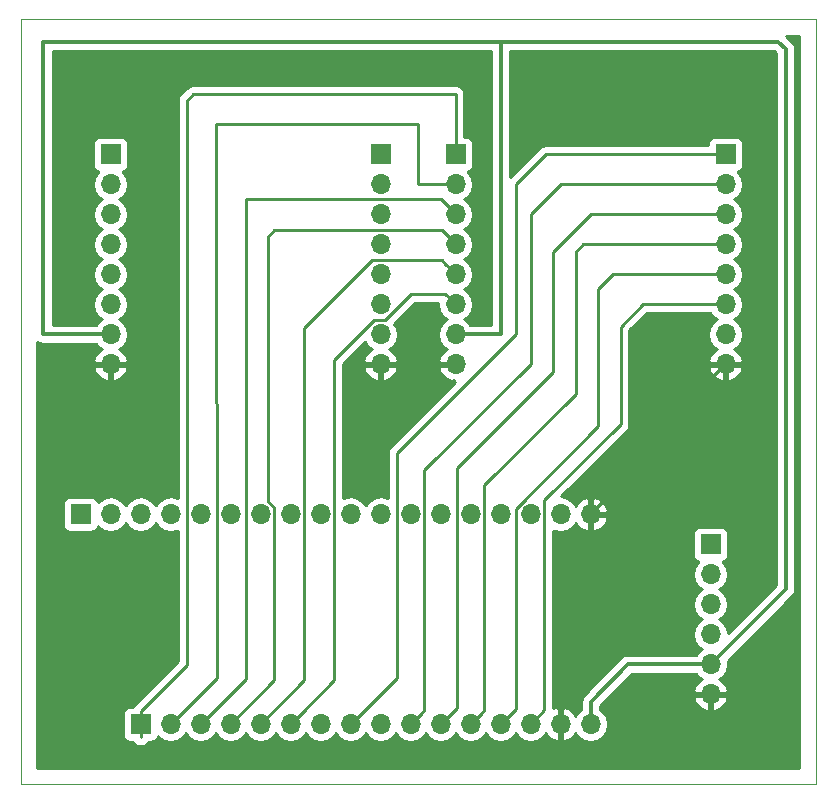
<source format=gbr>
%TF.GenerationSoftware,KiCad,Pcbnew,4.0.7*%
%TF.CreationDate,2018-03-29T14:35:10+02:00*%
%TF.ProjectId,mikrobus-board,6D696B726F6275732D626F6172642E6B,rev?*%
%TF.FileFunction,Copper,L2,Bot,Signal*%
%FSLAX46Y46*%
G04 Gerber Fmt 4.6, Leading zero omitted, Abs format (unit mm)*
G04 Created by KiCad (PCBNEW 4.0.7) date 03/29/18 14:35:10*
%MOMM*%
%LPD*%
G01*
G04 APERTURE LIST*
%ADD10C,0.150000*%
%ADD11C,0.100000*%
%ADD12R,1.700000X1.700000*%
%ADD13O,1.700000X1.700000*%
%ADD14C,0.380000*%
%ADD15C,0.250000*%
%ADD16C,0.254000*%
G04 APERTURE END LIST*
D10*
D11*
X184150000Y-100330000D02*
X184150000Y-165100000D01*
X184150000Y-165100000D02*
X182880000Y-165100000D01*
X182880000Y-100330000D02*
X184150000Y-100330000D01*
X180340000Y-100330000D02*
X182880000Y-100330000D01*
X116840000Y-100330000D02*
X116840000Y-101600000D01*
X119380000Y-100330000D02*
X116840000Y-100330000D01*
X116840000Y-101600000D02*
X116840000Y-104140000D01*
X180340000Y-165100000D02*
X182880000Y-165100000D01*
X116840000Y-106680000D02*
X116840000Y-104140000D01*
X116840000Y-165100000D02*
X119380000Y-165100000D01*
X116840000Y-106680000D02*
X116840000Y-165100000D01*
X180340000Y-165100000D02*
X119380000Y-165100000D01*
X119380000Y-100330000D02*
X180340000Y-100330000D01*
D12*
X121920000Y-142240000D03*
D13*
X124460000Y-142240000D03*
X127000000Y-142240000D03*
X129540000Y-142240000D03*
X132080000Y-142240000D03*
X134620000Y-142240000D03*
X137160000Y-142240000D03*
X139700000Y-142240000D03*
X142240000Y-142240000D03*
X144780000Y-142240000D03*
X147320000Y-142240000D03*
X149860000Y-142240000D03*
X152400000Y-142240000D03*
X154940000Y-142240000D03*
X157480000Y-142240000D03*
X160020000Y-142240000D03*
X162560000Y-142240000D03*
X165100000Y-142240000D03*
D12*
X175260000Y-144780000D03*
D13*
X175260000Y-147320000D03*
X175260000Y-149860000D03*
X175260000Y-152400000D03*
X175260000Y-154940000D03*
X175260000Y-157480000D03*
D12*
X124460000Y-111760000D03*
D13*
X124460000Y-114300000D03*
X124460000Y-116840000D03*
X124460000Y-119380000D03*
X124460000Y-121920000D03*
X124460000Y-124460000D03*
X124460000Y-127000000D03*
X124460000Y-129540000D03*
D12*
X147320000Y-111760000D03*
D13*
X147320000Y-114300000D03*
X147320000Y-116840000D03*
X147320000Y-119380000D03*
X147320000Y-121920000D03*
X147320000Y-124460000D03*
X147320000Y-127000000D03*
X147320000Y-129540000D03*
D12*
X153670000Y-111760000D03*
D13*
X153670000Y-114300000D03*
X153670000Y-116840000D03*
X153670000Y-119380000D03*
X153670000Y-121920000D03*
X153670000Y-124460000D03*
X153670000Y-127000000D03*
X153670000Y-129540000D03*
D12*
X176530000Y-111760000D03*
D13*
X176530000Y-114300000D03*
X176530000Y-116840000D03*
X176530000Y-119380000D03*
X176530000Y-121920000D03*
X176530000Y-124460000D03*
X176530000Y-127000000D03*
X176530000Y-129540000D03*
D12*
X127000000Y-160020000D03*
D13*
X129540000Y-160020000D03*
X132080000Y-160020000D03*
X134620000Y-160020000D03*
X137160000Y-160020000D03*
X139700000Y-160020000D03*
X142240000Y-160020000D03*
X144780000Y-160020000D03*
X147320000Y-160020000D03*
X149860000Y-160020000D03*
X152400000Y-160020000D03*
X154940000Y-160020000D03*
X157480000Y-160020000D03*
X160020000Y-160020000D03*
X162560000Y-160020000D03*
X165100000Y-160020000D03*
D14*
X165100000Y-160020000D02*
X165100000Y-158115000D01*
X168275000Y-154940000D02*
X175260000Y-154940000D01*
X165100000Y-158115000D02*
X168275000Y-154940000D01*
X118745000Y-102235000D02*
X157480000Y-102235000D01*
X153670000Y-127000000D02*
X157480000Y-127000000D01*
X157480000Y-102235000D02*
X180975000Y-102235000D01*
X157480000Y-127000000D02*
X157480000Y-102235000D01*
X181610000Y-148590000D02*
X175260000Y-154940000D01*
X181610000Y-102870000D02*
X181610000Y-148590000D01*
X180975000Y-102235000D02*
X181610000Y-102870000D01*
X118745000Y-127000000D02*
X118745000Y-102235000D01*
X124460000Y-127000000D02*
X118745000Y-127000000D01*
X165100000Y-142240000D02*
X165100000Y-153670000D01*
X162560000Y-156210000D02*
X162560000Y-160020000D01*
X165100000Y-153670000D02*
X162560000Y-156210000D01*
X175260000Y-157480000D02*
X175260000Y-161925000D01*
X174625000Y-162560000D02*
X162560000Y-162560000D01*
X175260000Y-161925000D02*
X174625000Y-162560000D01*
X124460000Y-129540000D02*
X118745000Y-129540000D01*
X162560000Y-162560000D02*
X162560000Y-160020000D01*
X118745000Y-162560000D02*
X162560000Y-162560000D01*
X118745000Y-129540000D02*
X118745000Y-162560000D01*
X153670000Y-129540000D02*
X152467919Y-129540000D01*
X152467919Y-129540000D02*
X151765000Y-129540000D01*
X151765000Y-129540000D02*
X147320000Y-129540000D01*
X169545000Y-132715000D02*
X173355000Y-132715000D01*
X173355000Y-132715000D02*
X176530000Y-129540000D01*
X169545000Y-137795000D02*
X169545000Y-132715000D01*
X165100000Y-142240000D02*
X169545000Y-137795000D01*
D15*
X151130000Y-106680000D02*
X153670000Y-106680000D01*
X153670000Y-106680000D02*
X153670000Y-111760000D01*
X131445000Y-106680000D02*
X151130000Y-106680000D01*
X130904999Y-107220001D02*
X131445000Y-106680000D01*
X127000000Y-160020000D02*
X127000000Y-158920000D01*
X127000000Y-158920000D02*
X130904999Y-155015001D01*
X130904999Y-155015001D02*
X130904999Y-107220001D01*
X127000000Y-160020000D02*
X127000000Y-161120000D01*
X129540000Y-160020000D02*
X133444999Y-156115001D01*
X133444999Y-156115001D02*
X133350000Y-109220000D01*
X133350000Y-109220000D02*
X136525000Y-109220000D01*
X136525000Y-109220000D02*
X137160000Y-109220000D01*
X137160000Y-109220000D02*
X150495000Y-109220000D01*
X150495000Y-109220000D02*
X150495000Y-114300000D01*
X150495000Y-114300000D02*
X153670000Y-114300000D01*
X132080000Y-160020000D02*
X135890000Y-156210000D01*
X135890000Y-156210000D02*
X135890000Y-115570000D01*
X135890000Y-115570000D02*
X152400000Y-115570000D01*
X152400000Y-115570000D02*
X153670000Y-116840000D01*
X153670000Y-119380000D02*
X152494999Y-118204999D01*
X138335001Y-156304999D02*
X134620000Y-160020000D01*
X152494999Y-118204999D02*
X138335001Y-118204999D01*
X138335001Y-118204999D02*
X137795000Y-118745000D01*
X138335001Y-141675999D02*
X138335001Y-156304999D01*
X137795000Y-118745000D02*
X137795000Y-141135998D01*
X137795000Y-141135998D02*
X138335001Y-141675999D01*
X140875001Y-126459999D02*
X146590001Y-120744999D01*
X152494999Y-120744999D02*
X152820001Y-121070001D01*
X146590001Y-120744999D02*
X152494999Y-120744999D01*
X152820001Y-121070001D02*
X153670000Y-121920000D01*
X137160000Y-160020000D02*
X140875001Y-156304999D01*
X140875001Y-156304999D02*
X140875001Y-126459999D01*
X153670000Y-124460000D02*
X152820001Y-123610001D01*
X152820001Y-123610001D02*
X149909001Y-123610001D01*
X149909001Y-123610001D02*
X147694003Y-125824999D01*
X140549999Y-159170001D02*
X139700000Y-160020000D01*
X147694003Y-125824999D02*
X146755999Y-125824999D01*
X146755999Y-125824999D02*
X143415001Y-129165997D01*
X143415001Y-129165997D02*
X143415001Y-156304999D01*
X143415001Y-156304999D02*
X140549999Y-159170001D01*
X158750000Y-114300000D02*
X161290000Y-111760000D01*
X161290000Y-111760000D02*
X176530000Y-111760000D01*
X158750000Y-127000000D02*
X158750000Y-114300000D01*
X148684999Y-137065001D02*
X158750000Y-127000000D01*
X144780000Y-160020000D02*
X148684999Y-156115001D01*
X148684999Y-156115001D02*
X148684999Y-137065001D01*
X160020000Y-129540000D02*
X151035001Y-138524999D01*
X151035001Y-138524999D02*
X151035001Y-158844999D01*
X151035001Y-158844999D02*
X150709999Y-159170001D01*
X150709999Y-159170001D02*
X149860000Y-160020000D01*
X160020000Y-116840000D02*
X160020000Y-129540000D01*
X162560000Y-114300000D02*
X160020000Y-116840000D01*
X176530000Y-114300000D02*
X162560000Y-114300000D01*
X165100000Y-116840000D02*
X176530000Y-116840000D01*
X161925000Y-120015000D02*
X165100000Y-116840000D01*
X161925000Y-130175000D02*
X161925000Y-120015000D01*
X153764999Y-138335001D02*
X161925000Y-130175000D01*
X152400000Y-160020000D02*
X153764999Y-158655001D01*
X153764999Y-158655001D02*
X153764999Y-138335001D01*
X163830000Y-132080000D02*
X156115001Y-139794999D01*
X156115001Y-139794999D02*
X156115001Y-158844999D01*
X156115001Y-158844999D02*
X155789999Y-159170001D01*
X155789999Y-159170001D02*
X154940000Y-160020000D01*
X163830000Y-120015000D02*
X163830000Y-132080000D01*
X164465000Y-119380000D02*
X163830000Y-120015000D01*
X176530000Y-119380000D02*
X164465000Y-119380000D01*
X158750000Y-141770998D02*
X158750000Y-158750000D01*
X158750000Y-158750000D02*
X157480000Y-160020000D01*
X165735000Y-123190000D02*
X165735000Y-134785998D01*
X165735000Y-134785998D02*
X158750000Y-141770998D01*
X167005000Y-121920000D02*
X165735000Y-123190000D01*
X176530000Y-121920000D02*
X167005000Y-121920000D01*
X167640000Y-126365000D02*
X169545000Y-124460000D01*
X169545000Y-124460000D02*
X176530000Y-124460000D01*
X167640000Y-134620000D02*
X167640000Y-126365000D01*
X161195001Y-141064999D02*
X167640000Y-134620000D01*
X160020000Y-160020000D02*
X161195001Y-158844999D01*
X161195001Y-158844999D02*
X161195001Y-141064999D01*
D16*
G36*
X182753000Y-163703000D02*
X118237000Y-163703000D01*
X118237000Y-129896890D01*
X123018524Y-129896890D01*
X123188355Y-130306924D01*
X123578642Y-130735183D01*
X124103108Y-130981486D01*
X124333000Y-130860819D01*
X124333000Y-129667000D01*
X124587000Y-129667000D01*
X124587000Y-130860819D01*
X124816892Y-130981486D01*
X125341358Y-130735183D01*
X125731645Y-130306924D01*
X125901476Y-129896890D01*
X125780155Y-129667000D01*
X124587000Y-129667000D01*
X124333000Y-129667000D01*
X123139845Y-129667000D01*
X123018524Y-129896890D01*
X118237000Y-129896890D01*
X118237000Y-127633719D01*
X118429286Y-127762201D01*
X118745000Y-127825000D01*
X123230477Y-127825000D01*
X123380853Y-128050054D01*
X123721553Y-128277702D01*
X123578642Y-128344817D01*
X123188355Y-128773076D01*
X123018524Y-129183110D01*
X123139845Y-129413000D01*
X124333000Y-129413000D01*
X124333000Y-129393000D01*
X124587000Y-129393000D01*
X124587000Y-129413000D01*
X125780155Y-129413000D01*
X125901476Y-129183110D01*
X125731645Y-128773076D01*
X125341358Y-128344817D01*
X125198447Y-128277702D01*
X125539147Y-128050054D01*
X125861054Y-127568285D01*
X125974093Y-127000000D01*
X125861054Y-126431715D01*
X125539147Y-125949946D01*
X125209974Y-125730000D01*
X125539147Y-125510054D01*
X125861054Y-125028285D01*
X125974093Y-124460000D01*
X125861054Y-123891715D01*
X125539147Y-123409946D01*
X125209974Y-123190000D01*
X125539147Y-122970054D01*
X125861054Y-122488285D01*
X125974093Y-121920000D01*
X125861054Y-121351715D01*
X125539147Y-120869946D01*
X125209974Y-120650000D01*
X125539147Y-120430054D01*
X125861054Y-119948285D01*
X125974093Y-119380000D01*
X125861054Y-118811715D01*
X125539147Y-118329946D01*
X125209974Y-118110000D01*
X125539147Y-117890054D01*
X125861054Y-117408285D01*
X125974093Y-116840000D01*
X125861054Y-116271715D01*
X125539147Y-115789946D01*
X125209974Y-115570000D01*
X125539147Y-115350054D01*
X125861054Y-114868285D01*
X125974093Y-114300000D01*
X125861054Y-113731715D01*
X125539147Y-113249946D01*
X125497548Y-113222150D01*
X125545317Y-113213162D01*
X125761441Y-113074090D01*
X125906431Y-112861890D01*
X125957440Y-112610000D01*
X125957440Y-110910000D01*
X125913162Y-110674683D01*
X125774090Y-110458559D01*
X125561890Y-110313569D01*
X125310000Y-110262560D01*
X123610000Y-110262560D01*
X123374683Y-110306838D01*
X123158559Y-110445910D01*
X123013569Y-110658110D01*
X122962560Y-110910000D01*
X122962560Y-112610000D01*
X123006838Y-112845317D01*
X123145910Y-113061441D01*
X123358110Y-113206431D01*
X123425541Y-113220086D01*
X123380853Y-113249946D01*
X123058946Y-113731715D01*
X122945907Y-114300000D01*
X123058946Y-114868285D01*
X123380853Y-115350054D01*
X123710026Y-115570000D01*
X123380853Y-115789946D01*
X123058946Y-116271715D01*
X122945907Y-116840000D01*
X123058946Y-117408285D01*
X123380853Y-117890054D01*
X123710026Y-118110000D01*
X123380853Y-118329946D01*
X123058946Y-118811715D01*
X122945907Y-119380000D01*
X123058946Y-119948285D01*
X123380853Y-120430054D01*
X123710026Y-120650000D01*
X123380853Y-120869946D01*
X123058946Y-121351715D01*
X122945907Y-121920000D01*
X123058946Y-122488285D01*
X123380853Y-122970054D01*
X123710026Y-123190000D01*
X123380853Y-123409946D01*
X123058946Y-123891715D01*
X122945907Y-124460000D01*
X123058946Y-125028285D01*
X123380853Y-125510054D01*
X123710026Y-125730000D01*
X123380853Y-125949946D01*
X123230477Y-126175000D01*
X119570000Y-126175000D01*
X119570000Y-103060000D01*
X156655000Y-103060000D01*
X156655000Y-126175000D01*
X154899523Y-126175000D01*
X154749147Y-125949946D01*
X154419974Y-125730000D01*
X154749147Y-125510054D01*
X155071054Y-125028285D01*
X155184093Y-124460000D01*
X155071054Y-123891715D01*
X154749147Y-123409946D01*
X154419974Y-123190000D01*
X154749147Y-122970054D01*
X155071054Y-122488285D01*
X155184093Y-121920000D01*
X155071054Y-121351715D01*
X154749147Y-120869946D01*
X154419974Y-120650000D01*
X154749147Y-120430054D01*
X155071054Y-119948285D01*
X155184093Y-119380000D01*
X155071054Y-118811715D01*
X154749147Y-118329946D01*
X154419974Y-118110000D01*
X154749147Y-117890054D01*
X155071054Y-117408285D01*
X155184093Y-116840000D01*
X155071054Y-116271715D01*
X154749147Y-115789946D01*
X154419974Y-115570000D01*
X154749147Y-115350054D01*
X155071054Y-114868285D01*
X155184093Y-114300000D01*
X155071054Y-113731715D01*
X154749147Y-113249946D01*
X154707548Y-113222150D01*
X154755317Y-113213162D01*
X154971441Y-113074090D01*
X155116431Y-112861890D01*
X155167440Y-112610000D01*
X155167440Y-110910000D01*
X155123162Y-110674683D01*
X154984090Y-110458559D01*
X154771890Y-110313569D01*
X154520000Y-110262560D01*
X154430000Y-110262560D01*
X154430000Y-106680000D01*
X154372148Y-106389161D01*
X154207401Y-106142599D01*
X153960839Y-105977852D01*
X153670000Y-105920000D01*
X131445000Y-105920000D01*
X131154161Y-105977852D01*
X130907599Y-106142599D01*
X130367598Y-106682600D01*
X130202851Y-106929162D01*
X130144999Y-107220001D01*
X130144999Y-140863477D01*
X130108285Y-140838946D01*
X129540000Y-140725907D01*
X128971715Y-140838946D01*
X128489946Y-141160853D01*
X128270000Y-141490026D01*
X128050054Y-141160853D01*
X127568285Y-140838946D01*
X127000000Y-140725907D01*
X126431715Y-140838946D01*
X125949946Y-141160853D01*
X125730000Y-141490026D01*
X125510054Y-141160853D01*
X125028285Y-140838946D01*
X124460000Y-140725907D01*
X123891715Y-140838946D01*
X123409946Y-141160853D01*
X123382150Y-141202452D01*
X123373162Y-141154683D01*
X123234090Y-140938559D01*
X123021890Y-140793569D01*
X122770000Y-140742560D01*
X121070000Y-140742560D01*
X120834683Y-140786838D01*
X120618559Y-140925910D01*
X120473569Y-141138110D01*
X120422560Y-141390000D01*
X120422560Y-143090000D01*
X120466838Y-143325317D01*
X120605910Y-143541441D01*
X120818110Y-143686431D01*
X121070000Y-143737440D01*
X122770000Y-143737440D01*
X123005317Y-143693162D01*
X123221441Y-143554090D01*
X123366431Y-143341890D01*
X123380086Y-143274459D01*
X123409946Y-143319147D01*
X123891715Y-143641054D01*
X124460000Y-143754093D01*
X125028285Y-143641054D01*
X125510054Y-143319147D01*
X125730000Y-142989974D01*
X125949946Y-143319147D01*
X126431715Y-143641054D01*
X127000000Y-143754093D01*
X127568285Y-143641054D01*
X128050054Y-143319147D01*
X128270000Y-142989974D01*
X128489946Y-143319147D01*
X128971715Y-143641054D01*
X129540000Y-143754093D01*
X130108285Y-143641054D01*
X130144999Y-143616523D01*
X130144999Y-154700199D01*
X126462599Y-158382599D01*
X126369080Y-158522560D01*
X126150000Y-158522560D01*
X125914683Y-158566838D01*
X125698559Y-158705910D01*
X125553569Y-158918110D01*
X125502560Y-159170000D01*
X125502560Y-160870000D01*
X125546838Y-161105317D01*
X125685910Y-161321441D01*
X125898110Y-161466431D01*
X126150000Y-161517440D01*
X126369080Y-161517440D01*
X126462599Y-161657401D01*
X126709161Y-161822148D01*
X127000000Y-161880000D01*
X127290839Y-161822148D01*
X127537401Y-161657401D01*
X127630920Y-161517440D01*
X127850000Y-161517440D01*
X128085317Y-161473162D01*
X128301441Y-161334090D01*
X128446431Y-161121890D01*
X128460086Y-161054459D01*
X128489946Y-161099147D01*
X128971715Y-161421054D01*
X129540000Y-161534093D01*
X130108285Y-161421054D01*
X130590054Y-161099147D01*
X130810000Y-160769974D01*
X131029946Y-161099147D01*
X131511715Y-161421054D01*
X132080000Y-161534093D01*
X132648285Y-161421054D01*
X133130054Y-161099147D01*
X133350000Y-160769974D01*
X133569946Y-161099147D01*
X134051715Y-161421054D01*
X134620000Y-161534093D01*
X135188285Y-161421054D01*
X135670054Y-161099147D01*
X135890000Y-160769974D01*
X136109946Y-161099147D01*
X136591715Y-161421054D01*
X137160000Y-161534093D01*
X137728285Y-161421054D01*
X138210054Y-161099147D01*
X138430000Y-160769974D01*
X138649946Y-161099147D01*
X139131715Y-161421054D01*
X139700000Y-161534093D01*
X140268285Y-161421054D01*
X140750054Y-161099147D01*
X140970000Y-160769974D01*
X141189946Y-161099147D01*
X141671715Y-161421054D01*
X142240000Y-161534093D01*
X142808285Y-161421054D01*
X143290054Y-161099147D01*
X143510000Y-160769974D01*
X143729946Y-161099147D01*
X144211715Y-161421054D01*
X144780000Y-161534093D01*
X145348285Y-161421054D01*
X145830054Y-161099147D01*
X146050000Y-160769974D01*
X146269946Y-161099147D01*
X146751715Y-161421054D01*
X147320000Y-161534093D01*
X147888285Y-161421054D01*
X148370054Y-161099147D01*
X148590000Y-160769974D01*
X148809946Y-161099147D01*
X149291715Y-161421054D01*
X149860000Y-161534093D01*
X150428285Y-161421054D01*
X150910054Y-161099147D01*
X151130000Y-160769974D01*
X151349946Y-161099147D01*
X151831715Y-161421054D01*
X152400000Y-161534093D01*
X152968285Y-161421054D01*
X153450054Y-161099147D01*
X153670000Y-160769974D01*
X153889946Y-161099147D01*
X154371715Y-161421054D01*
X154940000Y-161534093D01*
X155508285Y-161421054D01*
X155990054Y-161099147D01*
X156210000Y-160769974D01*
X156429946Y-161099147D01*
X156911715Y-161421054D01*
X157480000Y-161534093D01*
X158048285Y-161421054D01*
X158530054Y-161099147D01*
X158750000Y-160769974D01*
X158969946Y-161099147D01*
X159451715Y-161421054D01*
X160020000Y-161534093D01*
X160588285Y-161421054D01*
X161070054Y-161099147D01*
X161297702Y-160758447D01*
X161364817Y-160901358D01*
X161793076Y-161291645D01*
X162203110Y-161461476D01*
X162433000Y-161340155D01*
X162433000Y-160147000D01*
X162413000Y-160147000D01*
X162413000Y-159893000D01*
X162433000Y-159893000D01*
X162433000Y-158699845D01*
X162203110Y-158578524D01*
X161955001Y-158681288D01*
X161955001Y-143616523D01*
X161991715Y-143641054D01*
X162560000Y-143754093D01*
X163128285Y-143641054D01*
X163610054Y-143319147D01*
X163837702Y-142978447D01*
X163904817Y-143121358D01*
X164333076Y-143511645D01*
X164743110Y-143681476D01*
X164973000Y-143560155D01*
X164973000Y-142367000D01*
X165227000Y-142367000D01*
X165227000Y-143560155D01*
X165456890Y-143681476D01*
X165866924Y-143511645D01*
X166295183Y-143121358D01*
X166541486Y-142596892D01*
X166420819Y-142367000D01*
X165227000Y-142367000D01*
X164973000Y-142367000D01*
X164953000Y-142367000D01*
X164953000Y-142113000D01*
X164973000Y-142113000D01*
X164973000Y-140919845D01*
X165227000Y-140919845D01*
X165227000Y-142113000D01*
X166420819Y-142113000D01*
X166541486Y-141883108D01*
X166295183Y-141358642D01*
X165866924Y-140968355D01*
X165456890Y-140798524D01*
X165227000Y-140919845D01*
X164973000Y-140919845D01*
X164743110Y-140798524D01*
X164333076Y-140968355D01*
X163904817Y-141358642D01*
X163837702Y-141501553D01*
X163610054Y-141160853D01*
X163128285Y-140838946D01*
X162600783Y-140734019D01*
X168177401Y-135157401D01*
X168342148Y-134910839D01*
X168400000Y-134620000D01*
X168400000Y-129896890D01*
X175088524Y-129896890D01*
X175258355Y-130306924D01*
X175648642Y-130735183D01*
X176173108Y-130981486D01*
X176403000Y-130860819D01*
X176403000Y-129667000D01*
X176657000Y-129667000D01*
X176657000Y-130860819D01*
X176886892Y-130981486D01*
X177411358Y-130735183D01*
X177801645Y-130306924D01*
X177971476Y-129896890D01*
X177850155Y-129667000D01*
X176657000Y-129667000D01*
X176403000Y-129667000D01*
X175209845Y-129667000D01*
X175088524Y-129896890D01*
X168400000Y-129896890D01*
X168400000Y-126679802D01*
X169859802Y-125220000D01*
X175257046Y-125220000D01*
X175450853Y-125510054D01*
X175780026Y-125730000D01*
X175450853Y-125949946D01*
X175128946Y-126431715D01*
X175015907Y-127000000D01*
X175128946Y-127568285D01*
X175450853Y-128050054D01*
X175791553Y-128277702D01*
X175648642Y-128344817D01*
X175258355Y-128773076D01*
X175088524Y-129183110D01*
X175209845Y-129413000D01*
X176403000Y-129413000D01*
X176403000Y-129393000D01*
X176657000Y-129393000D01*
X176657000Y-129413000D01*
X177850155Y-129413000D01*
X177971476Y-129183110D01*
X177801645Y-128773076D01*
X177411358Y-128344817D01*
X177268447Y-128277702D01*
X177609147Y-128050054D01*
X177931054Y-127568285D01*
X178044093Y-127000000D01*
X177931054Y-126431715D01*
X177609147Y-125949946D01*
X177279974Y-125730000D01*
X177609147Y-125510054D01*
X177931054Y-125028285D01*
X178044093Y-124460000D01*
X177931054Y-123891715D01*
X177609147Y-123409946D01*
X177279974Y-123190000D01*
X177609147Y-122970054D01*
X177931054Y-122488285D01*
X178044093Y-121920000D01*
X177931054Y-121351715D01*
X177609147Y-120869946D01*
X177279974Y-120650000D01*
X177609147Y-120430054D01*
X177931054Y-119948285D01*
X178044093Y-119380000D01*
X177931054Y-118811715D01*
X177609147Y-118329946D01*
X177279974Y-118110000D01*
X177609147Y-117890054D01*
X177931054Y-117408285D01*
X178044093Y-116840000D01*
X177931054Y-116271715D01*
X177609147Y-115789946D01*
X177279974Y-115570000D01*
X177609147Y-115350054D01*
X177931054Y-114868285D01*
X178044093Y-114300000D01*
X177931054Y-113731715D01*
X177609147Y-113249946D01*
X177567548Y-113222150D01*
X177615317Y-113213162D01*
X177831441Y-113074090D01*
X177976431Y-112861890D01*
X178027440Y-112610000D01*
X178027440Y-110910000D01*
X177983162Y-110674683D01*
X177844090Y-110458559D01*
X177631890Y-110313569D01*
X177380000Y-110262560D01*
X175680000Y-110262560D01*
X175444683Y-110306838D01*
X175228559Y-110445910D01*
X175083569Y-110658110D01*
X175032560Y-110910000D01*
X175032560Y-111000000D01*
X161290000Y-111000000D01*
X161047414Y-111048254D01*
X160999160Y-111057852D01*
X160752599Y-111222599D01*
X158305000Y-113670198D01*
X158305000Y-103060000D01*
X180633274Y-103060000D01*
X180785000Y-103211726D01*
X180785000Y-148248274D01*
X176750730Y-152282544D01*
X176661054Y-151831715D01*
X176339147Y-151349946D01*
X176009974Y-151130000D01*
X176339147Y-150910054D01*
X176661054Y-150428285D01*
X176774093Y-149860000D01*
X176661054Y-149291715D01*
X176339147Y-148809946D01*
X176009974Y-148590000D01*
X176339147Y-148370054D01*
X176661054Y-147888285D01*
X176774093Y-147320000D01*
X176661054Y-146751715D01*
X176339147Y-146269946D01*
X176297548Y-146242150D01*
X176345317Y-146233162D01*
X176561441Y-146094090D01*
X176706431Y-145881890D01*
X176757440Y-145630000D01*
X176757440Y-143930000D01*
X176713162Y-143694683D01*
X176574090Y-143478559D01*
X176361890Y-143333569D01*
X176110000Y-143282560D01*
X174410000Y-143282560D01*
X174174683Y-143326838D01*
X173958559Y-143465910D01*
X173813569Y-143678110D01*
X173762560Y-143930000D01*
X173762560Y-145630000D01*
X173806838Y-145865317D01*
X173945910Y-146081441D01*
X174158110Y-146226431D01*
X174225541Y-146240086D01*
X174180853Y-146269946D01*
X173858946Y-146751715D01*
X173745907Y-147320000D01*
X173858946Y-147888285D01*
X174180853Y-148370054D01*
X174510026Y-148590000D01*
X174180853Y-148809946D01*
X173858946Y-149291715D01*
X173745907Y-149860000D01*
X173858946Y-150428285D01*
X174180853Y-150910054D01*
X174510026Y-151130000D01*
X174180853Y-151349946D01*
X173858946Y-151831715D01*
X173745907Y-152400000D01*
X173858946Y-152968285D01*
X174180853Y-153450054D01*
X174510026Y-153670000D01*
X174180853Y-153889946D01*
X174030477Y-154115000D01*
X168275000Y-154115000D01*
X167959286Y-154177799D01*
X167691637Y-154356637D01*
X164516637Y-157531637D01*
X164337799Y-157799286D01*
X164275000Y-158115000D01*
X164275000Y-158790477D01*
X164049946Y-158940853D01*
X163822298Y-159281553D01*
X163755183Y-159138642D01*
X163326924Y-158748355D01*
X162916890Y-158578524D01*
X162687000Y-158699845D01*
X162687000Y-159893000D01*
X162707000Y-159893000D01*
X162707000Y-160147000D01*
X162687000Y-160147000D01*
X162687000Y-161340155D01*
X162916890Y-161461476D01*
X163326924Y-161291645D01*
X163755183Y-160901358D01*
X163822298Y-160758447D01*
X164049946Y-161099147D01*
X164531715Y-161421054D01*
X165100000Y-161534093D01*
X165668285Y-161421054D01*
X166150054Y-161099147D01*
X166471961Y-160617378D01*
X166585000Y-160049093D01*
X166585000Y-159990907D01*
X166471961Y-159422622D01*
X166150054Y-158940853D01*
X165925000Y-158790477D01*
X165925000Y-158456726D01*
X166544836Y-157836890D01*
X173818524Y-157836890D01*
X173988355Y-158246924D01*
X174378642Y-158675183D01*
X174903108Y-158921486D01*
X175133000Y-158800819D01*
X175133000Y-157607000D01*
X175387000Y-157607000D01*
X175387000Y-158800819D01*
X175616892Y-158921486D01*
X176141358Y-158675183D01*
X176531645Y-158246924D01*
X176701476Y-157836890D01*
X176580155Y-157607000D01*
X175387000Y-157607000D01*
X175133000Y-157607000D01*
X173939845Y-157607000D01*
X173818524Y-157836890D01*
X166544836Y-157836890D01*
X168616726Y-155765000D01*
X174030477Y-155765000D01*
X174180853Y-155990054D01*
X174521553Y-156217702D01*
X174378642Y-156284817D01*
X173988355Y-156713076D01*
X173818524Y-157123110D01*
X173939845Y-157353000D01*
X175133000Y-157353000D01*
X175133000Y-157333000D01*
X175387000Y-157333000D01*
X175387000Y-157353000D01*
X176580155Y-157353000D01*
X176701476Y-157123110D01*
X176531645Y-156713076D01*
X176141358Y-156284817D01*
X175998447Y-156217702D01*
X176339147Y-155990054D01*
X176661054Y-155508285D01*
X176774093Y-154940000D01*
X176716461Y-154650265D01*
X182193363Y-149173363D01*
X182372201Y-148905714D01*
X182435000Y-148590000D01*
X182435000Y-102870000D01*
X182372201Y-102554286D01*
X182193363Y-102286637D01*
X181633726Y-101727000D01*
X182753000Y-101727000D01*
X182753000Y-163703000D01*
X182753000Y-163703000D01*
G37*
X182753000Y-163703000D02*
X118237000Y-163703000D01*
X118237000Y-129896890D01*
X123018524Y-129896890D01*
X123188355Y-130306924D01*
X123578642Y-130735183D01*
X124103108Y-130981486D01*
X124333000Y-130860819D01*
X124333000Y-129667000D01*
X124587000Y-129667000D01*
X124587000Y-130860819D01*
X124816892Y-130981486D01*
X125341358Y-130735183D01*
X125731645Y-130306924D01*
X125901476Y-129896890D01*
X125780155Y-129667000D01*
X124587000Y-129667000D01*
X124333000Y-129667000D01*
X123139845Y-129667000D01*
X123018524Y-129896890D01*
X118237000Y-129896890D01*
X118237000Y-127633719D01*
X118429286Y-127762201D01*
X118745000Y-127825000D01*
X123230477Y-127825000D01*
X123380853Y-128050054D01*
X123721553Y-128277702D01*
X123578642Y-128344817D01*
X123188355Y-128773076D01*
X123018524Y-129183110D01*
X123139845Y-129413000D01*
X124333000Y-129413000D01*
X124333000Y-129393000D01*
X124587000Y-129393000D01*
X124587000Y-129413000D01*
X125780155Y-129413000D01*
X125901476Y-129183110D01*
X125731645Y-128773076D01*
X125341358Y-128344817D01*
X125198447Y-128277702D01*
X125539147Y-128050054D01*
X125861054Y-127568285D01*
X125974093Y-127000000D01*
X125861054Y-126431715D01*
X125539147Y-125949946D01*
X125209974Y-125730000D01*
X125539147Y-125510054D01*
X125861054Y-125028285D01*
X125974093Y-124460000D01*
X125861054Y-123891715D01*
X125539147Y-123409946D01*
X125209974Y-123190000D01*
X125539147Y-122970054D01*
X125861054Y-122488285D01*
X125974093Y-121920000D01*
X125861054Y-121351715D01*
X125539147Y-120869946D01*
X125209974Y-120650000D01*
X125539147Y-120430054D01*
X125861054Y-119948285D01*
X125974093Y-119380000D01*
X125861054Y-118811715D01*
X125539147Y-118329946D01*
X125209974Y-118110000D01*
X125539147Y-117890054D01*
X125861054Y-117408285D01*
X125974093Y-116840000D01*
X125861054Y-116271715D01*
X125539147Y-115789946D01*
X125209974Y-115570000D01*
X125539147Y-115350054D01*
X125861054Y-114868285D01*
X125974093Y-114300000D01*
X125861054Y-113731715D01*
X125539147Y-113249946D01*
X125497548Y-113222150D01*
X125545317Y-113213162D01*
X125761441Y-113074090D01*
X125906431Y-112861890D01*
X125957440Y-112610000D01*
X125957440Y-110910000D01*
X125913162Y-110674683D01*
X125774090Y-110458559D01*
X125561890Y-110313569D01*
X125310000Y-110262560D01*
X123610000Y-110262560D01*
X123374683Y-110306838D01*
X123158559Y-110445910D01*
X123013569Y-110658110D01*
X122962560Y-110910000D01*
X122962560Y-112610000D01*
X123006838Y-112845317D01*
X123145910Y-113061441D01*
X123358110Y-113206431D01*
X123425541Y-113220086D01*
X123380853Y-113249946D01*
X123058946Y-113731715D01*
X122945907Y-114300000D01*
X123058946Y-114868285D01*
X123380853Y-115350054D01*
X123710026Y-115570000D01*
X123380853Y-115789946D01*
X123058946Y-116271715D01*
X122945907Y-116840000D01*
X123058946Y-117408285D01*
X123380853Y-117890054D01*
X123710026Y-118110000D01*
X123380853Y-118329946D01*
X123058946Y-118811715D01*
X122945907Y-119380000D01*
X123058946Y-119948285D01*
X123380853Y-120430054D01*
X123710026Y-120650000D01*
X123380853Y-120869946D01*
X123058946Y-121351715D01*
X122945907Y-121920000D01*
X123058946Y-122488285D01*
X123380853Y-122970054D01*
X123710026Y-123190000D01*
X123380853Y-123409946D01*
X123058946Y-123891715D01*
X122945907Y-124460000D01*
X123058946Y-125028285D01*
X123380853Y-125510054D01*
X123710026Y-125730000D01*
X123380853Y-125949946D01*
X123230477Y-126175000D01*
X119570000Y-126175000D01*
X119570000Y-103060000D01*
X156655000Y-103060000D01*
X156655000Y-126175000D01*
X154899523Y-126175000D01*
X154749147Y-125949946D01*
X154419974Y-125730000D01*
X154749147Y-125510054D01*
X155071054Y-125028285D01*
X155184093Y-124460000D01*
X155071054Y-123891715D01*
X154749147Y-123409946D01*
X154419974Y-123190000D01*
X154749147Y-122970054D01*
X155071054Y-122488285D01*
X155184093Y-121920000D01*
X155071054Y-121351715D01*
X154749147Y-120869946D01*
X154419974Y-120650000D01*
X154749147Y-120430054D01*
X155071054Y-119948285D01*
X155184093Y-119380000D01*
X155071054Y-118811715D01*
X154749147Y-118329946D01*
X154419974Y-118110000D01*
X154749147Y-117890054D01*
X155071054Y-117408285D01*
X155184093Y-116840000D01*
X155071054Y-116271715D01*
X154749147Y-115789946D01*
X154419974Y-115570000D01*
X154749147Y-115350054D01*
X155071054Y-114868285D01*
X155184093Y-114300000D01*
X155071054Y-113731715D01*
X154749147Y-113249946D01*
X154707548Y-113222150D01*
X154755317Y-113213162D01*
X154971441Y-113074090D01*
X155116431Y-112861890D01*
X155167440Y-112610000D01*
X155167440Y-110910000D01*
X155123162Y-110674683D01*
X154984090Y-110458559D01*
X154771890Y-110313569D01*
X154520000Y-110262560D01*
X154430000Y-110262560D01*
X154430000Y-106680000D01*
X154372148Y-106389161D01*
X154207401Y-106142599D01*
X153960839Y-105977852D01*
X153670000Y-105920000D01*
X131445000Y-105920000D01*
X131154161Y-105977852D01*
X130907599Y-106142599D01*
X130367598Y-106682600D01*
X130202851Y-106929162D01*
X130144999Y-107220001D01*
X130144999Y-140863477D01*
X130108285Y-140838946D01*
X129540000Y-140725907D01*
X128971715Y-140838946D01*
X128489946Y-141160853D01*
X128270000Y-141490026D01*
X128050054Y-141160853D01*
X127568285Y-140838946D01*
X127000000Y-140725907D01*
X126431715Y-140838946D01*
X125949946Y-141160853D01*
X125730000Y-141490026D01*
X125510054Y-141160853D01*
X125028285Y-140838946D01*
X124460000Y-140725907D01*
X123891715Y-140838946D01*
X123409946Y-141160853D01*
X123382150Y-141202452D01*
X123373162Y-141154683D01*
X123234090Y-140938559D01*
X123021890Y-140793569D01*
X122770000Y-140742560D01*
X121070000Y-140742560D01*
X120834683Y-140786838D01*
X120618559Y-140925910D01*
X120473569Y-141138110D01*
X120422560Y-141390000D01*
X120422560Y-143090000D01*
X120466838Y-143325317D01*
X120605910Y-143541441D01*
X120818110Y-143686431D01*
X121070000Y-143737440D01*
X122770000Y-143737440D01*
X123005317Y-143693162D01*
X123221441Y-143554090D01*
X123366431Y-143341890D01*
X123380086Y-143274459D01*
X123409946Y-143319147D01*
X123891715Y-143641054D01*
X124460000Y-143754093D01*
X125028285Y-143641054D01*
X125510054Y-143319147D01*
X125730000Y-142989974D01*
X125949946Y-143319147D01*
X126431715Y-143641054D01*
X127000000Y-143754093D01*
X127568285Y-143641054D01*
X128050054Y-143319147D01*
X128270000Y-142989974D01*
X128489946Y-143319147D01*
X128971715Y-143641054D01*
X129540000Y-143754093D01*
X130108285Y-143641054D01*
X130144999Y-143616523D01*
X130144999Y-154700199D01*
X126462599Y-158382599D01*
X126369080Y-158522560D01*
X126150000Y-158522560D01*
X125914683Y-158566838D01*
X125698559Y-158705910D01*
X125553569Y-158918110D01*
X125502560Y-159170000D01*
X125502560Y-160870000D01*
X125546838Y-161105317D01*
X125685910Y-161321441D01*
X125898110Y-161466431D01*
X126150000Y-161517440D01*
X126369080Y-161517440D01*
X126462599Y-161657401D01*
X126709161Y-161822148D01*
X127000000Y-161880000D01*
X127290839Y-161822148D01*
X127537401Y-161657401D01*
X127630920Y-161517440D01*
X127850000Y-161517440D01*
X128085317Y-161473162D01*
X128301441Y-161334090D01*
X128446431Y-161121890D01*
X128460086Y-161054459D01*
X128489946Y-161099147D01*
X128971715Y-161421054D01*
X129540000Y-161534093D01*
X130108285Y-161421054D01*
X130590054Y-161099147D01*
X130810000Y-160769974D01*
X131029946Y-161099147D01*
X131511715Y-161421054D01*
X132080000Y-161534093D01*
X132648285Y-161421054D01*
X133130054Y-161099147D01*
X133350000Y-160769974D01*
X133569946Y-161099147D01*
X134051715Y-161421054D01*
X134620000Y-161534093D01*
X135188285Y-161421054D01*
X135670054Y-161099147D01*
X135890000Y-160769974D01*
X136109946Y-161099147D01*
X136591715Y-161421054D01*
X137160000Y-161534093D01*
X137728285Y-161421054D01*
X138210054Y-161099147D01*
X138430000Y-160769974D01*
X138649946Y-161099147D01*
X139131715Y-161421054D01*
X139700000Y-161534093D01*
X140268285Y-161421054D01*
X140750054Y-161099147D01*
X140970000Y-160769974D01*
X141189946Y-161099147D01*
X141671715Y-161421054D01*
X142240000Y-161534093D01*
X142808285Y-161421054D01*
X143290054Y-161099147D01*
X143510000Y-160769974D01*
X143729946Y-161099147D01*
X144211715Y-161421054D01*
X144780000Y-161534093D01*
X145348285Y-161421054D01*
X145830054Y-161099147D01*
X146050000Y-160769974D01*
X146269946Y-161099147D01*
X146751715Y-161421054D01*
X147320000Y-161534093D01*
X147888285Y-161421054D01*
X148370054Y-161099147D01*
X148590000Y-160769974D01*
X148809946Y-161099147D01*
X149291715Y-161421054D01*
X149860000Y-161534093D01*
X150428285Y-161421054D01*
X150910054Y-161099147D01*
X151130000Y-160769974D01*
X151349946Y-161099147D01*
X151831715Y-161421054D01*
X152400000Y-161534093D01*
X152968285Y-161421054D01*
X153450054Y-161099147D01*
X153670000Y-160769974D01*
X153889946Y-161099147D01*
X154371715Y-161421054D01*
X154940000Y-161534093D01*
X155508285Y-161421054D01*
X155990054Y-161099147D01*
X156210000Y-160769974D01*
X156429946Y-161099147D01*
X156911715Y-161421054D01*
X157480000Y-161534093D01*
X158048285Y-161421054D01*
X158530054Y-161099147D01*
X158750000Y-160769974D01*
X158969946Y-161099147D01*
X159451715Y-161421054D01*
X160020000Y-161534093D01*
X160588285Y-161421054D01*
X161070054Y-161099147D01*
X161297702Y-160758447D01*
X161364817Y-160901358D01*
X161793076Y-161291645D01*
X162203110Y-161461476D01*
X162433000Y-161340155D01*
X162433000Y-160147000D01*
X162413000Y-160147000D01*
X162413000Y-159893000D01*
X162433000Y-159893000D01*
X162433000Y-158699845D01*
X162203110Y-158578524D01*
X161955001Y-158681288D01*
X161955001Y-143616523D01*
X161991715Y-143641054D01*
X162560000Y-143754093D01*
X163128285Y-143641054D01*
X163610054Y-143319147D01*
X163837702Y-142978447D01*
X163904817Y-143121358D01*
X164333076Y-143511645D01*
X164743110Y-143681476D01*
X164973000Y-143560155D01*
X164973000Y-142367000D01*
X165227000Y-142367000D01*
X165227000Y-143560155D01*
X165456890Y-143681476D01*
X165866924Y-143511645D01*
X166295183Y-143121358D01*
X166541486Y-142596892D01*
X166420819Y-142367000D01*
X165227000Y-142367000D01*
X164973000Y-142367000D01*
X164953000Y-142367000D01*
X164953000Y-142113000D01*
X164973000Y-142113000D01*
X164973000Y-140919845D01*
X165227000Y-140919845D01*
X165227000Y-142113000D01*
X166420819Y-142113000D01*
X166541486Y-141883108D01*
X166295183Y-141358642D01*
X165866924Y-140968355D01*
X165456890Y-140798524D01*
X165227000Y-140919845D01*
X164973000Y-140919845D01*
X164743110Y-140798524D01*
X164333076Y-140968355D01*
X163904817Y-141358642D01*
X163837702Y-141501553D01*
X163610054Y-141160853D01*
X163128285Y-140838946D01*
X162600783Y-140734019D01*
X168177401Y-135157401D01*
X168342148Y-134910839D01*
X168400000Y-134620000D01*
X168400000Y-129896890D01*
X175088524Y-129896890D01*
X175258355Y-130306924D01*
X175648642Y-130735183D01*
X176173108Y-130981486D01*
X176403000Y-130860819D01*
X176403000Y-129667000D01*
X176657000Y-129667000D01*
X176657000Y-130860819D01*
X176886892Y-130981486D01*
X177411358Y-130735183D01*
X177801645Y-130306924D01*
X177971476Y-129896890D01*
X177850155Y-129667000D01*
X176657000Y-129667000D01*
X176403000Y-129667000D01*
X175209845Y-129667000D01*
X175088524Y-129896890D01*
X168400000Y-129896890D01*
X168400000Y-126679802D01*
X169859802Y-125220000D01*
X175257046Y-125220000D01*
X175450853Y-125510054D01*
X175780026Y-125730000D01*
X175450853Y-125949946D01*
X175128946Y-126431715D01*
X175015907Y-127000000D01*
X175128946Y-127568285D01*
X175450853Y-128050054D01*
X175791553Y-128277702D01*
X175648642Y-128344817D01*
X175258355Y-128773076D01*
X175088524Y-129183110D01*
X175209845Y-129413000D01*
X176403000Y-129413000D01*
X176403000Y-129393000D01*
X176657000Y-129393000D01*
X176657000Y-129413000D01*
X177850155Y-129413000D01*
X177971476Y-129183110D01*
X177801645Y-128773076D01*
X177411358Y-128344817D01*
X177268447Y-128277702D01*
X177609147Y-128050054D01*
X177931054Y-127568285D01*
X178044093Y-127000000D01*
X177931054Y-126431715D01*
X177609147Y-125949946D01*
X177279974Y-125730000D01*
X177609147Y-125510054D01*
X177931054Y-125028285D01*
X178044093Y-124460000D01*
X177931054Y-123891715D01*
X177609147Y-123409946D01*
X177279974Y-123190000D01*
X177609147Y-122970054D01*
X177931054Y-122488285D01*
X178044093Y-121920000D01*
X177931054Y-121351715D01*
X177609147Y-120869946D01*
X177279974Y-120650000D01*
X177609147Y-120430054D01*
X177931054Y-119948285D01*
X178044093Y-119380000D01*
X177931054Y-118811715D01*
X177609147Y-118329946D01*
X177279974Y-118110000D01*
X177609147Y-117890054D01*
X177931054Y-117408285D01*
X178044093Y-116840000D01*
X177931054Y-116271715D01*
X177609147Y-115789946D01*
X177279974Y-115570000D01*
X177609147Y-115350054D01*
X177931054Y-114868285D01*
X178044093Y-114300000D01*
X177931054Y-113731715D01*
X177609147Y-113249946D01*
X177567548Y-113222150D01*
X177615317Y-113213162D01*
X177831441Y-113074090D01*
X177976431Y-112861890D01*
X178027440Y-112610000D01*
X178027440Y-110910000D01*
X177983162Y-110674683D01*
X177844090Y-110458559D01*
X177631890Y-110313569D01*
X177380000Y-110262560D01*
X175680000Y-110262560D01*
X175444683Y-110306838D01*
X175228559Y-110445910D01*
X175083569Y-110658110D01*
X175032560Y-110910000D01*
X175032560Y-111000000D01*
X161290000Y-111000000D01*
X161047414Y-111048254D01*
X160999160Y-111057852D01*
X160752599Y-111222599D01*
X158305000Y-113670198D01*
X158305000Y-103060000D01*
X180633274Y-103060000D01*
X180785000Y-103211726D01*
X180785000Y-148248274D01*
X176750730Y-152282544D01*
X176661054Y-151831715D01*
X176339147Y-151349946D01*
X176009974Y-151130000D01*
X176339147Y-150910054D01*
X176661054Y-150428285D01*
X176774093Y-149860000D01*
X176661054Y-149291715D01*
X176339147Y-148809946D01*
X176009974Y-148590000D01*
X176339147Y-148370054D01*
X176661054Y-147888285D01*
X176774093Y-147320000D01*
X176661054Y-146751715D01*
X176339147Y-146269946D01*
X176297548Y-146242150D01*
X176345317Y-146233162D01*
X176561441Y-146094090D01*
X176706431Y-145881890D01*
X176757440Y-145630000D01*
X176757440Y-143930000D01*
X176713162Y-143694683D01*
X176574090Y-143478559D01*
X176361890Y-143333569D01*
X176110000Y-143282560D01*
X174410000Y-143282560D01*
X174174683Y-143326838D01*
X173958559Y-143465910D01*
X173813569Y-143678110D01*
X173762560Y-143930000D01*
X173762560Y-145630000D01*
X173806838Y-145865317D01*
X173945910Y-146081441D01*
X174158110Y-146226431D01*
X174225541Y-146240086D01*
X174180853Y-146269946D01*
X173858946Y-146751715D01*
X173745907Y-147320000D01*
X173858946Y-147888285D01*
X174180853Y-148370054D01*
X174510026Y-148590000D01*
X174180853Y-148809946D01*
X173858946Y-149291715D01*
X173745907Y-149860000D01*
X173858946Y-150428285D01*
X174180853Y-150910054D01*
X174510026Y-151130000D01*
X174180853Y-151349946D01*
X173858946Y-151831715D01*
X173745907Y-152400000D01*
X173858946Y-152968285D01*
X174180853Y-153450054D01*
X174510026Y-153670000D01*
X174180853Y-153889946D01*
X174030477Y-154115000D01*
X168275000Y-154115000D01*
X167959286Y-154177799D01*
X167691637Y-154356637D01*
X164516637Y-157531637D01*
X164337799Y-157799286D01*
X164275000Y-158115000D01*
X164275000Y-158790477D01*
X164049946Y-158940853D01*
X163822298Y-159281553D01*
X163755183Y-159138642D01*
X163326924Y-158748355D01*
X162916890Y-158578524D01*
X162687000Y-158699845D01*
X162687000Y-159893000D01*
X162707000Y-159893000D01*
X162707000Y-160147000D01*
X162687000Y-160147000D01*
X162687000Y-161340155D01*
X162916890Y-161461476D01*
X163326924Y-161291645D01*
X163755183Y-160901358D01*
X163822298Y-160758447D01*
X164049946Y-161099147D01*
X164531715Y-161421054D01*
X165100000Y-161534093D01*
X165668285Y-161421054D01*
X166150054Y-161099147D01*
X166471961Y-160617378D01*
X166585000Y-160049093D01*
X166585000Y-159990907D01*
X166471961Y-159422622D01*
X166150054Y-158940853D01*
X165925000Y-158790477D01*
X165925000Y-158456726D01*
X166544836Y-157836890D01*
X173818524Y-157836890D01*
X173988355Y-158246924D01*
X174378642Y-158675183D01*
X174903108Y-158921486D01*
X175133000Y-158800819D01*
X175133000Y-157607000D01*
X175387000Y-157607000D01*
X175387000Y-158800819D01*
X175616892Y-158921486D01*
X176141358Y-158675183D01*
X176531645Y-158246924D01*
X176701476Y-157836890D01*
X176580155Y-157607000D01*
X175387000Y-157607000D01*
X175133000Y-157607000D01*
X173939845Y-157607000D01*
X173818524Y-157836890D01*
X166544836Y-157836890D01*
X168616726Y-155765000D01*
X174030477Y-155765000D01*
X174180853Y-155990054D01*
X174521553Y-156217702D01*
X174378642Y-156284817D01*
X173988355Y-156713076D01*
X173818524Y-157123110D01*
X173939845Y-157353000D01*
X175133000Y-157353000D01*
X175133000Y-157333000D01*
X175387000Y-157333000D01*
X175387000Y-157353000D01*
X176580155Y-157353000D01*
X176701476Y-157123110D01*
X176531645Y-156713076D01*
X176141358Y-156284817D01*
X175998447Y-156217702D01*
X176339147Y-155990054D01*
X176661054Y-155508285D01*
X176774093Y-154940000D01*
X176716461Y-154650265D01*
X182193363Y-149173363D01*
X182372201Y-148905714D01*
X182435000Y-148590000D01*
X182435000Y-102870000D01*
X182372201Y-102554286D01*
X182193363Y-102286637D01*
X181633726Y-101727000D01*
X182753000Y-101727000D01*
X182753000Y-163703000D01*
G36*
X152155907Y-124460000D02*
X152268946Y-125028285D01*
X152590853Y-125510054D01*
X152920026Y-125730000D01*
X152590853Y-125949946D01*
X152268946Y-126431715D01*
X152155907Y-127000000D01*
X152268946Y-127568285D01*
X152590853Y-128050054D01*
X152931553Y-128277702D01*
X152788642Y-128344817D01*
X152398355Y-128773076D01*
X152228524Y-129183110D01*
X152349845Y-129413000D01*
X153543000Y-129413000D01*
X153543000Y-129393000D01*
X153797000Y-129393000D01*
X153797000Y-129413000D01*
X153817000Y-129413000D01*
X153817000Y-129667000D01*
X153797000Y-129667000D01*
X153797000Y-129687000D01*
X153543000Y-129687000D01*
X153543000Y-129667000D01*
X152349845Y-129667000D01*
X152228524Y-129896890D01*
X152398355Y-130306924D01*
X152788642Y-130735183D01*
X153313108Y-130981486D01*
X153542998Y-130860820D01*
X153542998Y-131025000D01*
X153650198Y-131025000D01*
X148147598Y-136527600D01*
X147982851Y-136774162D01*
X147924999Y-137065001D01*
X147924999Y-140863477D01*
X147888285Y-140838946D01*
X147320000Y-140725907D01*
X146751715Y-140838946D01*
X146269946Y-141160853D01*
X146050000Y-141490026D01*
X145830054Y-141160853D01*
X145348285Y-140838946D01*
X144780000Y-140725907D01*
X144211715Y-140838946D01*
X144175001Y-140863477D01*
X144175001Y-129896890D01*
X145878524Y-129896890D01*
X146048355Y-130306924D01*
X146438642Y-130735183D01*
X146963108Y-130981486D01*
X147193000Y-130860819D01*
X147193000Y-129667000D01*
X147447000Y-129667000D01*
X147447000Y-130860819D01*
X147676892Y-130981486D01*
X148201358Y-130735183D01*
X148591645Y-130306924D01*
X148761476Y-129896890D01*
X148640155Y-129667000D01*
X147447000Y-129667000D01*
X147193000Y-129667000D01*
X145999845Y-129667000D01*
X145878524Y-129896890D01*
X144175001Y-129896890D01*
X144175001Y-129480799D01*
X145986465Y-127669335D01*
X146240853Y-128050054D01*
X146581553Y-128277702D01*
X146438642Y-128344817D01*
X146048355Y-128773076D01*
X145878524Y-129183110D01*
X145999845Y-129413000D01*
X147193000Y-129413000D01*
X147193000Y-129393000D01*
X147447000Y-129393000D01*
X147447000Y-129413000D01*
X148640155Y-129413000D01*
X148761476Y-129183110D01*
X148591645Y-128773076D01*
X148201358Y-128344817D01*
X148058447Y-128277702D01*
X148399147Y-128050054D01*
X148721054Y-127568285D01*
X148834093Y-127000000D01*
X148721054Y-126431715D01*
X148497164Y-126096640D01*
X150223803Y-124370001D01*
X152173809Y-124370001D01*
X152155907Y-124460000D01*
X152155907Y-124460000D01*
G37*
X152155907Y-124460000D02*
X152268946Y-125028285D01*
X152590853Y-125510054D01*
X152920026Y-125730000D01*
X152590853Y-125949946D01*
X152268946Y-126431715D01*
X152155907Y-127000000D01*
X152268946Y-127568285D01*
X152590853Y-128050054D01*
X152931553Y-128277702D01*
X152788642Y-128344817D01*
X152398355Y-128773076D01*
X152228524Y-129183110D01*
X152349845Y-129413000D01*
X153543000Y-129413000D01*
X153543000Y-129393000D01*
X153797000Y-129393000D01*
X153797000Y-129413000D01*
X153817000Y-129413000D01*
X153817000Y-129667000D01*
X153797000Y-129667000D01*
X153797000Y-129687000D01*
X153543000Y-129687000D01*
X153543000Y-129667000D01*
X152349845Y-129667000D01*
X152228524Y-129896890D01*
X152398355Y-130306924D01*
X152788642Y-130735183D01*
X153313108Y-130981486D01*
X153542998Y-130860820D01*
X153542998Y-131025000D01*
X153650198Y-131025000D01*
X148147598Y-136527600D01*
X147982851Y-136774162D01*
X147924999Y-137065001D01*
X147924999Y-140863477D01*
X147888285Y-140838946D01*
X147320000Y-140725907D01*
X146751715Y-140838946D01*
X146269946Y-141160853D01*
X146050000Y-141490026D01*
X145830054Y-141160853D01*
X145348285Y-140838946D01*
X144780000Y-140725907D01*
X144211715Y-140838946D01*
X144175001Y-140863477D01*
X144175001Y-129896890D01*
X145878524Y-129896890D01*
X146048355Y-130306924D01*
X146438642Y-130735183D01*
X146963108Y-130981486D01*
X147193000Y-130860819D01*
X147193000Y-129667000D01*
X147447000Y-129667000D01*
X147447000Y-130860819D01*
X147676892Y-130981486D01*
X148201358Y-130735183D01*
X148591645Y-130306924D01*
X148761476Y-129896890D01*
X148640155Y-129667000D01*
X147447000Y-129667000D01*
X147193000Y-129667000D01*
X145999845Y-129667000D01*
X145878524Y-129896890D01*
X144175001Y-129896890D01*
X144175001Y-129480799D01*
X145986465Y-127669335D01*
X146240853Y-128050054D01*
X146581553Y-128277702D01*
X146438642Y-128344817D01*
X146048355Y-128773076D01*
X145878524Y-129183110D01*
X145999845Y-129413000D01*
X147193000Y-129413000D01*
X147193000Y-129393000D01*
X147447000Y-129393000D01*
X147447000Y-129413000D01*
X148640155Y-129413000D01*
X148761476Y-129183110D01*
X148591645Y-128773076D01*
X148201358Y-128344817D01*
X148058447Y-128277702D01*
X148399147Y-128050054D01*
X148721054Y-127568285D01*
X148834093Y-127000000D01*
X148721054Y-126431715D01*
X148497164Y-126096640D01*
X150223803Y-124370001D01*
X152173809Y-124370001D01*
X152155907Y-124460000D01*
M02*

</source>
